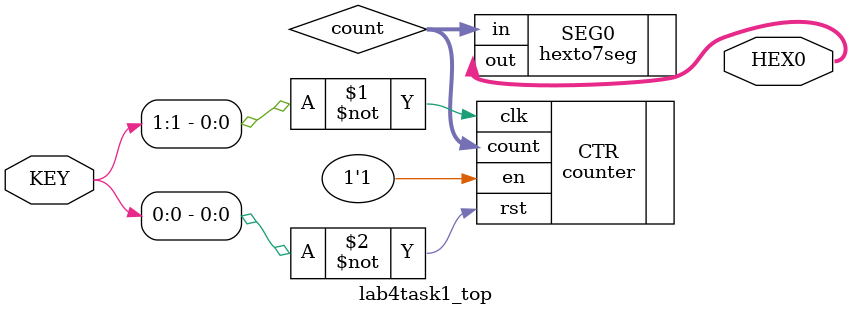
<source format=sv>
module lab4task1_top(
	input logic [0:1] KEY,
	output logic [6:0] HEX0
);

	logic [3:0]		count;
	counter  CTR ( .clk(~KEY[1]),
						.rst(~KEY[0]),
						.en(1'b1),
						.count(count));
	hexto7seg SEG0 (.out(HEX0),
						 .in(count));
endmodule
						
	
</source>
